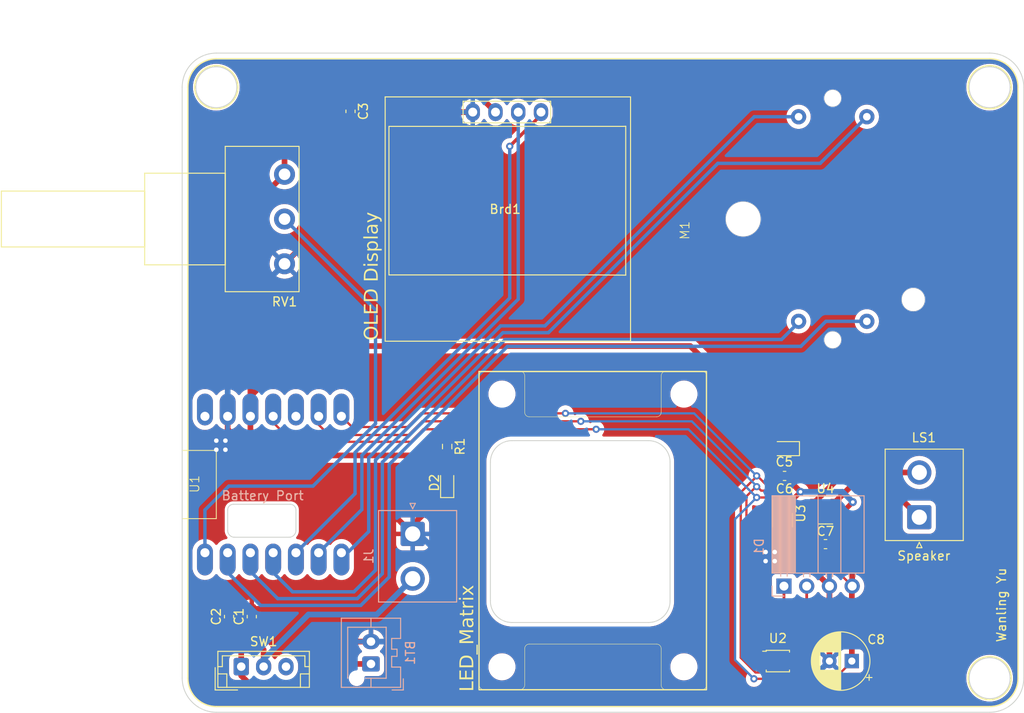
<source format=kicad_pcb>
(kicad_pcb (version 20221018) (generator pcbnew)
  (layers (0 "F.Cu" signal) (31 "B.Cu" signal) (34 "B.Paste" user) (35 "F.Paste" user) (36 "B.SilkS" user "B.Silkscreen") (37 "F.SilkS" user "F.Silkscreen") (38 "B.Mask" user) (39 "F.Mask" user) (44 "Edge.Cuts" user))
  (net 0 "")
  (net 2 "GND")
  (net 4 "/SCL")
  (net 5 "/SDA")
  (net 6 "+3.3V")
  (net 7 "Net-(U3-Vout)")
  (net 8 "Net-(U4-IN)")
  (net 9 "Net-(D1-CIN)")
  (net 10 "Net-(D1-DIN)")
  (net 11 "Net-(D2-A)")
  (net 12 "Net-(U4-OUT+)")
  (net 13 "Net-(U4-OUT-)")
  (net 14 "/M1")
  (net 15 "/M2")
  (net 16 "/M3")
  (net 17 "/M4")
  (net 18 "/Volumn")
  (net 20 "/SDI")
  (net 21 "/SCK")
  (net 22 "/CS")
  (net 23 "Net-(BT1-+)")
  (net 24 "Net-(J1-Pin_2)")
  (footprint "Capacitor_SMD:C_0603_1608Metric_Pad1.08x0.95mm_HandSolder" (layer "F.Cu") (at 81.4324 107.422 90)
    (fp_text reference "C2" (at 0 -1.43 90) (layer "F.SilkS"))
    (fp_text value "100n")
    (pad "1" smd roundrect (at -0.8625 0 90) (size 1.075 0.95) (layers "F.Cu" "F.Paste" "F.Mask") (net 23 "Net-(BT1-+)"))
    (pad "2" smd roundrect (at 0.8625 0 90) (size 1.075 0.95) (layers "F.Cu" "F.Paste" "F.Mask") (net 2 "GND"))
  )
  (footprint "Resistor_SMD:R_0603_1608Metric_Pad0.98x0.95mm_HandSolder" (layer "F.Cu") (at 105.791 88.4155 -90)
    (fp_text reference "R1" (at 0 -1.43 90) (layer "F.SilkS"))
    (fp_text value "1k")
    (pad "1" smd roundrect (at -0.9125 0 270) (size 0.975 0.95) (layers "F.Cu" "F.Paste" "F.Mask") (net 6 "+3.3V"))
    (pad "2" smd roundrect (at 0.9125 0 270) (size 0.975 0.95) (layers "F.Cu" "F.Paste" "F.Mask") (net 11 "Net-(D2-A)"))
  )
  (footprint "Capacitor_SMD:C_0603_1608Metric_Pad1.08x0.95mm_HandSolder" (layer "F.Cu") (at 94.996 50.957 -90)
    (fp_text reference "C3" (at 0 -1.43 90) (layer "F.SilkS"))
    (fp_text value "100n")
    (pad "1" smd roundrect (at -0.8625 0 270) (size 1.075 0.95) (layers "F.Cu" "F.Paste" "F.Mask") (net 6 "+3.3V"))
    (pad "2" smd roundrect (at 0.8625 0 270) (size 1.075 0.95) (layers "F.Cu" "F.Paste" "F.Mask") (net 2 "GND"))
  )
  (footprint "Potentiometer_THT:Potentiometer_Piher_PC-16_Single_Horizontal" (layer "F.Cu") (at 87.63 57.992 180)
    (fp_text reference "RV1" (at 0 -14.25) (layer "F.SilkS"))
    (fp_text value "R_Potentiometer")
    (pad "1" thru_hole circle (at 0 0 180) (size 2.34 2.34) (drill 1.3) (layers "*.Cu" "*.Mask") (net 6 "+3.3V"))
    (pad "2" thru_hole circle (at 0 -5 180) (size 2.34 2.34) (drill 1.3) (layers "*.Cu" "*.Mask") (net 18 "/Volumn"))
    (pad "3" thru_hole circle (at 0 -10 180) (size 2.34 2.34) (drill 1.3) (layers "*.Cu" "*.Mask") (net 2 "GND"))
  )
  (footprint "Capacitor_Tantalum_SMD:CP_EIA-1608-08_AVX-J_Pad1.25x1.05mm_HandSolder" (layer "F.Cu") (at 143.4477 88.6507 180)
    (fp_text reference "C5" (at 0 -1.48) (layer "F.SilkS"))
    (fp_text value "10u")
    (pad "1" smd roundrect (at -0.8 0 180) (size 1.25 1.05) (layers "F.Cu" "F.Paste" "F.Mask") (roundrect_rratio 0.238095) (net 6 "+3.3V"))
    (pad "2" smd roundrect (at 0.8 0 180) (size 1.25 1.05) (layers "F.Cu" "F.Paste" "F.Mask") (roundrect_rratio 0.238095) (net 2 "GND"))
  )
  (footprint "Capacitor_SMD:C_0603_1608Metric_Pad1.08x0.95mm_HandSolder" (layer "F.Cu") (at 143.4677 91.6987 180)
    (fp_text reference "C6" (at 0 -1.43) (layer "F.SilkS"))
    (fp_text value "100n")
    (pad "1" smd roundrect (at -0.8625 0 180) (size 1.075 0.95) (layers "F.Cu" "F.Paste" "F.Mask") (net 6 "+3.3V"))
    (pad "2" smd roundrect (at 0.8625 0 180) (size 1.075 0.95) (layers "F.Cu" "F.Paste" "F.Mask") (net 2 "GND"))
  )
  (footprint "Library:128x64OLED" (layer "F.Cu") (at 112.268 61.642)
    (fp_text reference "Brd1" (at 0 0.254) (layer "F.SilkS"))
    (fp_text value "SSD1306")
    (pad "1" thru_hole oval (at -3.62 -10.6 90) (size 2 1.6) (drill 1) (layers "*.Cu" "*.Mask") (net 2 "GND"))
    (pad "2" thru_hole oval (at -1.08 -10.6 90) (size 2 1.6) (drill 1) (layers "*.Cu" "*.Mask") (net 6 "+3.3V"))
    (pad "3" thru_hole oval (at 1.46 -10.6 90) (size 2 1.6) (drill 1) (layers "*.Cu" "*.Mask") (net 4 "/SCL"))
    (pad "4" thru_hole oval (at 4 -10.6 90) (size 2 1.6) (drill 1) (layers "*.Cu" "*.Mask") (net 5 "/SDA"))
  )
  (footprint "Connector_JST:JST_EH_B3B-EH-A_1x03_P2.50mm_Vertical" (layer "F.Cu") (at 82.7932 113.0106)
    (fp_text reference "SW1" (at 2.5 -2.8) (layer "F.SilkS"))
    (fp_text value "SW_SPDT")
    (pad "1" thru_hole roundrect (at 0 0) (size 1.7 1.95) (drill 0.95) (layers "*.Cu" "*.Mask") (roundrect_rratio 0.147059) (net 23 "Net-(BT1-+)"))
    (pad "2" thru_hole oval (at 2.5 0) (size 1.7 1.95) (drill 0.95) (layers "*.Cu" "*.Mask") (net 24 "Net-(J1-Pin_2)"))
    (pad "3" thru_hole oval (at 5 0) (size 1.7 1.95) (drill 0.95) (layers "*.Cu" "*.Mask"))
  )
  (footprint "Library:X27_stepper_motor" (layer "F.Cu") (at 159.004 60.452 90)
    (fp_text reference "M1" (at -3.81 -26.67 90 unlocked) (layer "F.SilkS") (effects (font (thickness 0.1))))
    (fp_text value "Stepper_Motor_bipolar")
    (fp_circle (center -16.04 -10.16) (end -15.09 -10.16) (stroke (width 0.05)) (fill none) (layer "Edge.Cuts"))
    (fp_circle (center -11.54 -1.16) (end -10.24 -1.16) (stroke (width 0.05)) (fill none) (layer "Edge.Cuts"))
    (fp_circle (center -2.54 -20.16) (end -0.59 -20.16) (stroke (width 0.05)) (fill none) (layer "Edge.Cuts"))
    (fp_circle (center 10.96 -10.16) (end 11.91 -10.16) (stroke (width 0.05)) (fill none) (layer "Edge.Cuts"))
    (pad "1" thru_hole circle (at 8.89 -13.97 90) (size 1.7 1.7) (drill 0.85) (layers "*.Cu" "*.Mask") (net 14 "/M1"))
    (pad "2" thru_hole circle (at 8.89 -6.35 90) (size 1.7 1.7) (drill 0.85) (layers "*.Cu" "*.Mask") (net 15 "/M2"))
    (pad "3" thru_hole circle (at -13.97 -6.35 90) (size 1.7 1.7) (drill 0.85) (layers "*.Cu" "*.Mask") (net 16 "/M3"))
    (pad "4" thru_hole circle (at -13.97 -13.97 90) (size 1.7 1.7) (drill 0.85) (layers "*.Cu" "*.Mask") (net 17 "/M4"))
  )
  (footprint "Package_DFN_QFN:DFN-8-1EP_3x2mm_P0.5mm_EP1.3x1.5mm" (layer "F.Cu") (at 143.2137 95.8897 -90)
    (fp_text reference "U3" (at 0 -2.05 90) (layer "F.SilkS"))
    (fp_text value "MCP4921")
    (pad "1" smd rect (at -1.45 -0.75 270) (size 0.75 0.3) (layers "F.Cu" "F.Paste" "F.Mask") (net 6 "+3.3V"))
    (pad "2" smd rect (at -1.45 -0.25 270) (size 0.75 0.3) (layers "F.Cu" "F.Paste" "F.Mask") (net 22 "/CS"))
    (pad "3" smd rect (at -1.45 0.25 270) (size 0.75 0.3) (layers "F.Cu" "F.Paste" "F.Mask") (net 21 "/SCK"))
    (pad "4" smd rect (at -1.45 0.75 270) (size 0.75 0.3) (layers "F.Cu" "F.Paste" "F.Mask") (net 20 "/SDI"))
    (pad "5" smd rect (at 1.45 0.75 270) (size 0.75 0.3) (layers "F.Cu" "F.Paste" "F.Mask") (net 2 "GND"))
    (pad "6" smd rect (at 1.45 0.25 270) (size 0.75 0.3) (layers "F.Cu" "F.Paste" "F.Mask") (net 6 "+3.3V"))
    (pad "7" smd rect (at 1.45 -0.25 270) (size 0.75 0.3) (layers "F.Cu" "F.Paste" "F.Mask") (net 2 "GND"))
    (pad "8" smd rect (at 1.45 -0.75 270) (size 0.75 0.3) (layers "F.Cu" "F.Paste" "F.Mask") (net 7 "Net-(U3-Vout)"))
    (pad "9" smd rect (at 0 0 270) (size 1.3 1.5) (layers "F.Cu" "F.Mask") (net 2 "GND"))
  )
  (footprint "Library:XIAO_ESP32_SENSE" (layer "F.Cu") (at 86.36 92.6592 90)
    (fp_text reference "U1" (at 0.0508 -8.763 90 unlocked) (layer "F.SilkS") (effects (font (thickness 0.1))))
    (fp_text value "Xiao-ESP32")
    (pad "1" thru_hole oval (at -7.62 -7.62 90) (size 3.556 1.778) (drill 1.016 (offset -0.762 0)) (layers "*.Cu" "*.Mask") (net 18 "/Volumn"))
    (pad "2" thru_hole oval (at -7.62 -5.08 90) (size 3.556 1.778) (drill 1.016 (offset -0.762 0)) (layers "*.Cu" "*.Mask") (net 16 "/M3"))
    (pad "3" thru_hole oval (at -7.62 -2.54 90) (size 3.556 1.778) (drill 1.016 (offset -0.762 0)) (layers "*.Cu" "*.Mask") (net 17 "/M4"))
    (pad "4" thru_hole oval (at -7.62 0 90) (size 3.556 1.778) (drill 1.016 (offset -0.762 0)) (layers "*.Cu" "*.Mask") (net 15 "/M2"))
    (pad "5" thru_hole oval (at -7.62 2.54 90) (size 3.556 1.778) (drill 1.016 (offset -0.762 0)) (layers "*.Cu" "*.Mask") (net 5 "/SDA"))
    (pad "6" thru_hole oval (at -7.62 5.08 90) (size 3.556 1.778) (drill 1.016 (offset -0.762 0)) (layers "*.Cu" "*.Mask") (net 4 "/SCL"))
    (pad "7" thru_hole oval (at -7.62 7.62 90) (size 3.556 1.778) (drill 1.016 (offset -0.762 0)) (layers "*.Cu" "*.Mask") (net 14 "/M1"))
    (pad "8" thru_hole oval (at 7.62 -7.62 90) (size 3.556 1.778) (drill 1.016 (offset 0.762 0)) (layers "*.Cu" "*.Mask"))
    (pad "9" thru_hole oval (at 7.62 -5.08 90) (size 3.556 1.778) (drill 1.016 (offset 0.762 0)) (layers "*.Cu" "*.Mask") (net 2 "GND"))
    (pad "10" thru_hole oval (at 7.62 -2.54 90) (size 3.556 1.778) (drill 1.016 (offset 0.762 0)) (layers "*.Cu" "*.Mask") (net 6 "+3.3V"))
    (pad "11" thru_hole oval (at 7.62 0 90) (size 3.556 1.778) (drill 1.016 (offset 0.762 0)) (layers "*.Cu" "*.Mask") (net 20 "/SDI"))
    (pad "12" thru_hole oval (at 7.62 2.54 90) (size 3.556 1.778) (drill 1.016 (offset 0.762 0)) (layers "*.Cu" "*.Mask"))
    (pad "13" thru_hole oval (at 7.62 5.08 90) (size 3.556 1.778) (drill 1.016 (offset 0.762 0)) (layers "*.Cu" "*.Mask") (net 21 "/SCK"))
    (pad "14" thru_hole oval (at 7.62 7.62 90) (size 3.556 1.778) (drill 1.016 (offset 0.762 0)) (layers "*.Cu" "*.Mask") (net 22 "/CS"))
  )
  (footprint "Package_TO_SOT_SMD:SOT-23-6" (layer "F.Cu") (at 148.0397 95.5087)
    (fp_text reference "U4" (at 0 -2.4) (layer "F.SilkS"))
    (fp_text value "PAM8301")
    (pad "1" smd roundrect (at -1.1375 -0.95) (size 1.325 0.6) (layers "F.Cu" "F.Paste" "F.Mask") (net 13 "Net-(U4-OUT-)"))
    (pad "2" smd roundrect (at -1.1375 0) (size 1.325 0.6) (layers "F.Cu" "F.Paste" "F.Mask") (net 2 "GND"))
    (pad "3" smd roundrect (at -1.1375 0.95) (size 1.325 0.6) (layers "F.Cu" "F.Paste" "F.Mask") (net 8 "Net-(U4-IN)"))
    (pad "4" smd roundrect (at 1.1375 0.95) (size 1.325 0.6) (layers "F.Cu" "F.Paste" "F.Mask") (net 6 "+3.3V"))
    (pad "5" smd roundrect (at 1.1375 0) (size 1.325 0.6) (layers "F.Cu" "F.Paste" "F.Mask") (net 6 "+3.3V"))
    (pad "6" smd roundrect (at 1.1375 -0.95) (size 1.325 0.6) (layers "F.Cu" "F.Paste" "F.Mask") (net 12 "Net-(U4-OUT+)"))
  )
  (footprint "Library:LED_Matrix" (layer "F.Cu") (at 124.46 97.9388 90)
    (fp_text reference "REF**" hide)
    (fp_text value "LED_Matrix" hide)
    (pad "" np_thru_hole circle (at -15.09121 -12.55121 90) (size 2.54 2.54) (drill 2.54) (layers "*.Cu" "*.Mask"))
    (pad "" np_thru_hole circle (at -15.09121 7.76879 90) (size 2.54 2.54) (drill 2.54) (layers "*.Cu" "*.Mask"))
    (pad "" np_thru_hole circle (at 15.38879 -12.55121 90) (size 2.54 2.54) (drill 2.54) (layers "*.Cu" "*.Mask"))
    (pad "" np_thru_hole circle (at 15.38879 7.76879 90) (size 2.54 2.54) (drill 2.54) (layers "*.Cu" "*.Mask"))
  )
  (footprint "Capacitor_SMD:C_0603_1608Metric_Pad1.08x0.95mm_HandSolder" (layer "F.Cu") (at 148.0397 99.3187)
    (fp_text reference "C7" (at 0 -1.43) (layer "F.SilkS"))
    (fp_text value "100n")
    (pad "1" smd roundrect (at -0.8625 0) (size 1.075 0.95) (layers "F.Cu" "F.Paste" "F.Mask") (net 7 "Net-(U3-Vout)"))
    (pad "2" smd roundrect (at 0.8625 0) (size 1.075 0.95) (layers "F.Cu" "F.Paste" "F.Mask") (net 8 "Net-(U4-IN)"))
  )
  (footprint "Capacitor_SMD:C_0603_1608Metric_Pad1.08x0.95mm_HandSolder" (layer "F.Cu") (at 83.9724 107.422 90)
    (fp_text reference "C1" (at 0 -1.43 90) (layer "F.SilkS"))
    (fp_text value "1u")
    (pad "1" smd roundrect (at -0.8625 0 90) (size 1.075 0.95) (layers "F.Cu" "F.Paste" "F.Mask") (net 24 "Net-(J1-Pin_2)"))
    (pad "2" smd roundrect (at 0.8625 0 90) (size 1.075 0.95) (layers "F.Cu" "F.Paste" "F.Mask") (net 2 "GND"))
  )
  (footprint "Connector_JST:JST_NV_B02P-NV_1x02_P5.00mm_Vertical" (layer "F.Cu") (at 158.5133 96.313 90)
    (fp_text reference "LS1" (at 8.89 0.508 180) (layer "F.SilkS"))
    (fp_text value "Speaker")
    (pad "1" thru_hole roundrect (at 0 0 90) (size 2.7 2.7) (drill 1.7) (layers "*.Cu" "*.Mask") (roundrect_rratio 0.092593) (net 12 "Net-(U4-OUT+)"))
    (pad "2" thru_hole circle (at 5 0 90) (size 2.7 2.7) (drill 1.7) (layers "*.Cu" "*.Mask") (net 13 "Net-(U4-OUT-)"))
  )
  (footprint "LED_SMD:LED_0603_1608Metric_Pad1.05x0.95mm_HandSolder" (layer "F.Cu") (at 105.791 92.456 90)
    (fp_text reference "D2" (at 0 -1.43 90) (layer "F.SilkS"))
    (fp_text value "LED")
    (pad "1" smd roundrect (at -0.875 0 90) (size 1.05 0.95) (layers "F.Cu" "F.Paste" "F.Mask") (net 2 "GND"))
    (pad "2" smd roundrect (at 0.875 0 90) (size 1.05 0.95) (layers "F.Cu" "F.Paste" "F.Mask") (net 11 "Net-(D2-A)"))
  )
  (footprint "Package_SO:VSSOP-8_2.4x2.1mm_P0.5mm" (layer "F.Cu") (at 142.7203 112.3892)
    (fp_text reference "U2" (at 0 -2.54) (layer "F.SilkS"))
    (fp_text value "TXB0102DCU")
    (pad "1" smd rect (at -1.55 -0.75) (size 0.75 0.25) (layers "F.Cu" "F.Paste" "F.Mask") (net 9 "Net-(D1-CIN)"))
    (pad "2" smd rect (at -1.55 -0.25) (size 0.75 0.25) (layers "F.Cu" "F.Paste" "F.Mask") (net 2 "GND"))
    (pad "3" smd rect (at -1.55 0.25) (size 0.75 0.25) (layers "F.Cu" "F.Paste" "F.Mask") (net 6 "+3.3V"))
    (pad "4" smd rect (at -1.55 0.75) (size 0.75 0.25) (layers "F.Cu" "F.Paste" "F.Mask") (net 21 "/SCK"))
    (pad "5" smd rect (at 1.55 0.75) (size 0.75 0.25) (layers "F.Cu" "F.Paste" "F.Mask") (net 20 "/SDI"))
    (pad "6" smd rect (at 1.55 0.25) (size 0.75 0.25) (layers "F.Cu" "F.Paste" "F.Mask") (net 22 "/CS"))
    (pad "7" smd rect (at 1.55 -0.25) (size 0.75 0.25) (layers "F.Cu" "F.Paste" "F.Mask") (net 6 "+3.3V"))
    (pad "8" smd rect (at 1.55 -0.75) (size 0.75 0.25) (layers "F.Cu" "F.Paste" "F.Mask") (net 10 "Net-(D1-DIN)"))
  )
  (footprint "Capacitor_THT:CP_Radial_D6.3mm_P2.50mm" (layer "F.Cu") (at 150.9803 112.3892 180)
    (fp_text reference "C8" (at -2.707 2.4072) (layer "F.SilkS"))
    (fp_text value locked "220u")
    (pad "1" thru_hole rect (at 0 0 180) (size 1.6 1.6) (drill 0.8) (layers "*.Cu" "*.Mask") (net 6 "+3.3V"))
    (pad "2" thru_hole circle (at 2.5 0 180) (size 1.6 1.6) (drill 0.8) (layers "*.Cu" "*.Mask") (net 2 "GND"))
  )
  (footprint "Connector_PinSocket_2.54mm:PinSocket_1x04_P2.54mm_Horizontal" (layer "B.Cu") (at 143.4003 104.013 -90)
    (fp_text reference "D1" (at -4.38 2.77 90) (layer "B.SilkS") (effects (justify mirror)))
    (fp_text value "LED_Matrix")
    (pad "1" thru_hole rect (at 0 0 270) (size 1.7 1.7) (drill 1) (layers "*.Cu" "*.Mask") (net 9 "Net-(D1-CIN)"))
    (pad "2" thru_hole oval (at 0 -2.54 270) (size 1.7 1.7) (drill 1) (layers "*.Cu" "*.Mask") (net 10 "Net-(D1-DIN)"))
    (pad "3" thru_hole oval (at 0 -5.08 270) (size 1.7 1.7) (drill 1) (layers "*.Cu" "*.Mask") (net 2 "GND"))
    (pad "4" thru_hole oval (at 0 -7.62 270) (size 1.7 1.7) (drill 1) (layers "*.Cu" "*.Mask") (net 6 "+3.3V"))
  )
  (footprint "Connector_JST:JST_XA_B02B-XASK-1-A_1x02_P2.50mm_Vertical" (layer "B.Cu") (at 97.282 112.7106 90)
    (fp_text reference "BT1" (at 1.25 4.4 90) (layer "B.SilkS") (effects (justify mirror)))
    (fp_text value "Battery_Cell")
    (pad "" np_thru_hole circle (at -1.6 -1.6 90) (size 1.25 1.25) (drill 1.25) (layers "*.Cu" "*.Mask"))
    (pad "1" thru_hole roundrect (at 0 0 90) (size 1.7 1.95) (drill 0.95) (layers "*.Cu" "*.Mask") (roundrect_rratio 0.147059) (net 23 "Net-(BT1-+)"))
    (pad "2" thru_hole oval (at 2.5 0 90) (size 1.7 1.95) (drill 0.95) (layers "*.Cu" "*.Mask") (net 2 "GND"))
  )
  (footprint "Connector_JST:JST_NV_B02P-NV_1x02_P5.00mm_Vertical" (layer "B.Cu") (at 101.939 98.1795 -90)
    (fp_text reference "J1" (at 2.5 4.9 -270) (layer "B.SilkS") (effects (justify mirror)))
    (fp_text value "Conn_01x02_Pin")
    (pad "1" thru_hole roundrect (at 0 0 270) (size 2.7 2.7) (drill 1.7) (layers "*.Cu" "*.Mask") (roundrect_rratio 0.092593) (net 2 "GND"))
    (pad "2" thru_hole circle (at 5 0 270) (size 2.7 2.7) (drill 1.7) (layers "*.Cu" "*.Mask") (net 24 "Net-(J1-Pin_2)"))
  )
  (gr_arc (start 80.01 117.475) (mid 77.764936 116.545064) (end 76.835 114.3) (stroke (width 0.15)) (layer "F.SilkS"))
  (gr_rect (start 109.347 80.03179) (end 134.747 115.59179) (stroke (width 0.15)) (fill none) (layer "F.SilkS"))
  (gr_arc (start 166.37 45.085) (mid 168.615064 46.014936) (end 169.545 48.26) (stroke (width 0.15)) (layer "F.SilkS"))
  (gr_circle (center 80.01 48.26) (end 82.423 48.26) (stroke (width 0.15)) (fill none) (layer "F.SilkS"))
  (gr_line (start 80.01 45.085) (end 166.37 45.085) (stroke (width 0.15)) (layer "F.SilkS"))
  (gr_line (start 166.37 117.475) (end 80.01 117.475) (stroke (width 0.15)) (layer "F.SilkS"))
  (gr_circle (center 166.37 114.3) (end 168.783 114.3) (stroke (width 0.15)) (fill none) (layer "F.SilkS"))
  (gr_arc (start 76.835 48.26) (mid 77.764936 46.014936) (end 80.01 45.085) (stroke (width 0.15)) (layer "F.SilkS"))
  (gr_circle (center 166.37 48.26) (end 168.783 48.26) (stroke (width 0.15)) (fill none) (layer "F.SilkS"))
  (gr_line (start 76.835 114.3) (end 76.835 48.26) (stroke (width 0.15)) (layer "F.SilkS"))
  (gr_arc (start 169.545 114.3) (mid 168.615064 116.545064) (end 166.37 117.475) (stroke (width 0.15)) (layer "F.SilkS"))
  (gr_line (start 169.545 48.26) (end 169.545 114.3) (stroke (width 0.15)) (layer "F.SilkS"))
  (gr_circle (center 80.01 48.26) (end 82.296 48.26) (stroke (width 0.1)) (fill none) (layer "Edge.Cuts"))
  (gr_line (start 88.9 97.79) (end 88.9 95.504) (stroke (width 0.1)) (layer "Edge.Cuts"))
  (gr_line (start 110.617 90.17) (end 110.617 105.664) (stroke (width 0.1)) (layer "Edge.Cuts"))
  (gr_arc (start 128.27 87.757) (mid 129.976249 88.463751) (end 130.683 90.17) (stroke (width 0.1)) (layer "Edge.Cuts"))
  (gr_line (start 80.01 118.11) (end 166.37 118.11) (stroke (width 0.1)) (layer "Edge.Cuts"))
  (gr_arc (start 113.03 108.077) (mid 111.323751 107.370249) (end 110.617 105.664) (stroke (width 0.1)) (layer "Edge.Cuts"))
  (gr_arc (start 170.18 114.3) (mid 169.064077 116.994077) (end 166.37 118.11) (stroke (width 0.1)) (layer "Edge.Cuts"))
  (gr_line (start 88.265 94.869) (end 81.915 94.869) (stroke (width 0.1)) (layer "Edge.Cuts"))
  (gr_arc (start 166.37 44.45) (mid 169.064077 45.565923) (end 170.18 48.26) (stroke (width 0.1)) (layer "Edge.Cuts"))
  (gr_arc (start 88.265 94.869) (mid 88.714013 95.054987) (end 88.9 95.504) (stroke (width 0.1)) (layer "Edge.Cuts"))
  (gr_arc (start 81.28 95.504) (mid 81.465987 95.054987) (end 81.915 94.869) (stroke (width 0.1)) (layer "Edge.Cuts"))
  (gr_arc (start 130.683 105.664) (mid 129.976249 107.370249) (end 128.27 108.077) (stroke (width 0.1)) (layer "Edge.Cuts"))
  (gr_line (start 130.683 105.664) (end 130.683 90.17) (stroke (width 0.1)) (layer "Edge.Cuts"))
  (gr_arc (start 76.2 48.26) (mid 77.315923 45.565923) (end 80.01 44.45) (stroke (width 0.1)) (layer "Edge.Cuts"))
  (gr_circle (center 166.37 114.3) (end 168.656 114.3) (stroke (width 0.1)) (fill none) (layer "Edge.Cuts"))
  (gr_line (start 170.18 48.26) (end 170.18 114.3) (stroke (width 0.1)) (layer "Edge.Cuts"))
  (gr_arc (start 80.01 118.11) (mid 77.323786 116.986214) (end 76.2 114.3) (stroke (width 0.1)) (layer "Edge.Cuts"))
  (gr_circle (center 166.37 48.26) (end 168.656 48.26) (stroke (width 0.1)) (fill none) (layer "Edge.Cuts"))
  (gr_line (start 76.2 114.3) (end 76.2 48.26) (stroke (width 0.1)) (layer "Edge.Cuts"))
  (gr_line (start 80.01 44.45) (end 166.37 44.45) (stroke (width 0.1)) (layer "Edge.Cuts"))
  (gr_arc (start 110.617 90.17) (mid 111.323751 88.463751) (end 113.03 87.757) (stroke (width 0.1)) (layer "Edge.Cuts"))
  (gr_arc (start 88.9 97.79) (mid 88.676815 98.328815) (end 88.138 98.552) (stroke (width 0.1)) (layer "Edge.Cuts"))
  (gr_arc (start 82.042 98.552) (mid 81.503185 98.328815) (end 81.28 97.79) (stroke (width 0.1)) (layer "Edge.Cuts"))
  (gr_line (start 81.28 95.504) (end 81.28 97.79) (stroke (width 0.1)) (layer "Edge.Cuts"))
  (gr_line (start 128.27 87.757) (end 113.03 87.757) (stroke (width 0.1)) (layer "Edge.Cuts"))
  (gr_line (start 82.042 98.552) (end 88.138 98.552) (stroke (width 0.1)) (layer "Edge.Cuts"))
  (gr_line (start 113.03 108.077) (end 128.27 108.077) (stroke (width 0.1)) (layer "Edge.Cuts"))
  (gr_text "Battery Port" (at 80.518 94.488) (layer "B.SilkS") (effects (font (size 1 1)) (justify left bottom)))
  (gr_text "LED_Matrix" (at 108.966 115.824 90) (layer "F.SilkS") (effects (font (size 1.524 1.524)) (justify left bottom)))
  (gr_text "Wanling Yu" (at 168.275 110.363 90) (layer "F.SilkS") (effects (font (size 1 1)) (justify left bottom)))
  (gr_text "Speaker" (at 155.9733 101.219) (layer "F.SilkS") (effects (font (size 1 1)) (justify left bottom)))
  (gr_text "OLED Display" (at 98.298 76.581 90) (layer "F.SilkS") (effects (font (size 1.524 1.524)) (justify left bottom)))
  (segment (start 143.4637 97.3397) (end 143.4637 96.1397) (width 0.2032) (layer "F.Cu") (net 2))
  (segment (start 146.5753 102.108) (end 145.1783 102.108) (width 0.635) (layer "F.Cu") (net 2))
  (segment (start 142.4633 96.6397) (end 143.2133 95.8897) (width 0.2032) (layer "F.Cu") (net 2))
  (segment (start 94.996 51.8195) (end 94.996 60.626) (width 0.635) (layer "F.Cu") (net 2))
  (segment (start 143.5943 95.5087) (end 143.2137 95.8893) (width 0.381) (layer "F.Cu") (net 2))
  (segment (start 85.598 90.805) (end 94.5645 90.805) (width 0.635) (layer "F.Cu") (net 2))
  (segment (start 83.9789 106.553) (end 83.9724 106.5595) (width 0.635) (layer "F.Cu") (net 2))
  (segment (start 148.8618 112.3435) (end 148.526 112.3435) (width 0.25) (layer "F.Cu") (net 2))
  (segment (start 81.28 85.0392) (end 81.28 86.487) (width 0.635) (layer "F.Cu") (net 2))
  (segment (start 142.8537 95.8897) (end 143.2137 95.8897) (width 0.635) (layer "F.Cu") (net 2))
  (segment (start 146.9022 95.5087) (end 143.5947 95.5087) (width 0.508) (layer "F.Cu") (net 2))
  (segment (start 148.4803 104.013) (end 148.4803 112.389) (width 0.635) (layer "F.Cu") (net 2))
  (segment (start 148.526 112.3435) (end 148.4803 112.3892) (width 0.25) (layer "F.Cu") (net 2))
  (segment (start 141.1703 112.1392) (end 140.4775 112.1392) (width 0.254) (layer "F.Cu") (net 2))
  (segment (start 101.939 98.1795) (end 101.939 97.183) (width 0.635) (layer "F.Cu") (net 2))
  (segment (start 97.282 110.2106) (end 91.9226 110.2106) (width 0.635) (layer "F.Cu") (net 2))
  (segment (start 142.2962 99.2259) (end 142.2962 96.4472) (width 0.635) (layer "F.Cu") (net 2))
  (segment (start 148.4803 104.013) (end 146.5753 102.108) (width 0.635) (layer "F.Cu") (net 2))
  (segment (start 95.7735 51.042) (end 94.996 51.8195) (width 0.635) (layer "F.Cu") (net 2))
  (segment (start 81.28 86.487) (end 85.598 90.805) (width 0.635) (layer "F.Cu") (net 2))
  (segment (start 108.648 51.042) (end 95.7735 51.042) (width 0.635) (layer "F.Cu") (net 2))
  (segment (start 143.2137 95.8893) (end 143.2137 95.8897) (width 0.25) (layer "F.Cu") (net 2))
  (segment (start 143.4637 96.1397) (end 143.2137 95.8897) (width 0.25) (layer "F.Cu") (net 2))
  (segment (start 142.2962 96.4472) (end 142.8537 95.8897) (width 0.635) (layer "F.Cu") (net 2))
  (segment (start 148.0993 104.013) (end 148.4803 104.013) (width 0.25) (layer "F.Cu") (net 2))
  (segment (start 143.2137 95.8893) (end 143.2133 95.8897) (width 0.381) (layer "F.Cu") (net 2))
  (segment (start 140.4775 112.1392) (end 139.954 111.6157) (width 0.254) (layer "F.Cu") (net 2))
  (segment (start 148.8163 112.298) (end 148.8618 112.3435) (width 0.635) (layer "F.Cu") (net 2))
  (segment (start 94.996 60.626) (end 87.63 67.992) (width 0.635) (layer "F.Cu") (net 2))
  (segment (start 142.6477 88.6507) (end 142.6052 88.6932) (width 0.25) (layer "F.Cu") (net 2))
  (segment (start 148.8618 112.3435) (end 148.9073 112.389) (width 0.635) (layer "F.Cu") (net 2))
  (segment (start 88.265 106.553) (end 83.9789 106.553) (width 0.635) (layer "F.Cu") (net 2))
  (segment (start 101.939 97.183) (end 105.791 93.331) (width 0.635) (layer "F.Cu") (net 2))
  (segment (start 94.5645 90.805) (end 101.939 98.1795) (width 0.635) (layer "F.Cu") (net 2))
  (segment (start 148.4803 112.389) (end 148.4803 112.3892) (width 0.25) (layer "F.Cu") (net 2))
  (segment (start 139.954 101.5681) (end 142.2962 99.2259) (width 0.254) (layer "F.Cu") (net 2))
  (segment (start 142.4633 97.3397) (end 142.4633 96.6397) (width 0.2032) (layer "F.Cu") (net 2))
  (segment (start 143.4633 96.1397) (end 143.2133 95.8897) (width 0.2032) (layer "F.Cu") (net 2))
  (segment (start 142.4633 97.3397) (end 142.4637 97.3397) (width 0.25) (layer "F.Cu") (net 2))
  (segment (start 139.954 111.6157) (end 139.954 101.5681) (width 0.254) (layer "F.Cu") (net 2))
  (segment (start 145.1783 102.108) (end 142.2962 99.2259) (width 0.635) (layer "F.Cu") (net 2))
  (segment (start 142.4633 97.3397) (end 142.4633 98.377) (width 0.25) (layer "F.Cu") (net 2))
  (segment (start 142.6052 88.6932) (end 142.6052 91.6987) (width 0.25) (layer "F.Cu") (net 2))
  (segment (start 91.9226 110.2106) (end 88.265 106.553) (width 0.635) (layer "F.Cu") (net 2))
  (segment (start 143.5947 95.5087) (end 143.2137 95.8897) (width 0.508) (layer "F.Cu") (net 2))
  (segment (start 81.4324 106.5595) (end 83.9724 106.5595) (width 0.635) (layer "F.Cu") (net 2))
  (segment (start 146.9023 95.5087) (end 146.9022 95.5087) (width 0.381) (layer "F.Cu") (net 2))
  (via (at 141.351 100.203) (size 1.016) (drill 0.508) (layers "F.Cu" "B.Cu") (net 2))
  (via (at 80.01 88.773) (size 1.016) (drill 0.508) (layers "F.Cu" "B.Cu") (net 2))
  (via (at 81.026 87.757) (size 1.016) (drill 0.508) (layers "F.Cu" "B.Cu") (net 2))
  (via (at 80.01 87.757) (size 1.016) (drill 0.508) (layers "F.Cu" "B.Cu") (net 2))
  (via (at 142.367 100.203) (size 1.016) (drill 0.508) (layers "F.Cu" "B.Cu") (net 2))
  (via (at 141.351 101.219) (size 1.016) (drill 0.508) (layers "F.Cu" "B.Cu") (net 2))
  (via (at 81.026 88.773) (size 1.016) (drill 0.508) (layers "F.Cu" "B.Cu") (net 2))
  (via (at 142.367 101.219) (size 1.016) (drill 0.508) (layers "F.Cu" "B.Cu") (net 2))
  (segment (start 105.41 104.902) (end 110.617 110.109) (width 0.635) (layer "B.Cu") (net 2))
  (segment (start 100.1014 110.2106) (end 105.41 104.902) (width 0.635) (layer "B.Cu") (net 2))
  (segment (start 114.173 110.109) (end 119.761 115.697) (width 0.635) (layer "B.Cu") (net 2))
  (segment (start 110.617 110.109) (end 114.173 110.109) (width 0.635) (layer "B.Cu") (net 2))
  (segment (start 87.63 67.992) (end 81.28 74.342) (width 0.635) (layer "B.Cu") (net 2))
  (segment (start 119.761 115.697) (end 145.1725 115.697) (width 0.635) (layer "B.Cu") (net 2))
  (segment (start 81.28 74.342) (end 81.28 85.0392) (width 0.635) (layer "B.Cu") (net 2))
  (segment (start 105.41 104.902) (end 105.41 100.965) (width 0.635) (layer "B.Cu") (net 2))
  (segment (start 97.282 110.2106) (end 100.1014 110.2106) (width 0.635) (layer "B.Cu") (net 2))
  (segment (start 102.6245 98.1795) (end 101.939 98.1795) (width 0.635) (layer "B.Cu") (net 2))
  (segment (start 145.1725 115.697) (end 148.4803 112.3892) (width 0.635) (layer "B.Cu") (net 2))
  (segment (start 105.41 100.965) (end 102.6245 98.1795) (width 0.635) (layer "B.Cu") (net 2))
  (segment (start 91.44 100.2792) (end 96.266 95.4532) (width 0.381) (layer "B.Cu") (net 4))
  (segment (start 96.266 89.408) (end 113.728 71.946) (width 0.381) (layer "B.Cu") (net 4))
  (segment (start 96.266 95.4532) (end 96.266 89.408) (width 0.381) (layer "B.Cu") (net 4))
  (segment (start 113.728 71.946) (end 113.728 51.042) (width 0.381) (layer "B.Cu") (net 4))
  (segment (start 112.776 54.864) (end 116.268 51.372) (width 0.381) (layer "F.Cu") (net 5))
  (segment (start 116.268 51.372) (end 116.268 51.042) (width 0.381) (layer "F.Cu") (net 5))
  (via (at 112.776 54.864) (size 0.8) (drill 0.4) (layers "F.Cu" "B.Cu") (net 5))
  (segment (start 112.776 71.8185) (end 95.504 89.0905) (width 0.381) (layer "B.Cu") (net 5))
  (segment (start 95.504 89.0905) (end 95.504 93.6752) (width 0.381) (layer "B.Cu") (net 5))
  (segment (start 95.504 93.6752) (end 88.9 100.2792) (width 0.381) (layer "B.Cu") (net 5))
  (segment (start 112.776 54.864) (end 112.776 71.8185) (width 0.381) (layer "B.Cu") (net 5))
  (segment (start 142.28675 112.6392) (end 141.1703 112.6392) (width 0.25) (layer "F.Cu") (net 6))
  (segment (start 144.2703 112.1392) (end 142.78675 112.1392) (width 0.25) (layer "F.Cu") (net 6))
  (segment (start 144.2475 88.6509) (end 144.3563 88.7597) (width 0.635) (layer "F.Cu") (net 6))
  (segment (start 144.3563 91.6722) (end 144.3303 91.6987) (width 0.635) (layer "F.Cu") (net 6))
  (segment (start 145.5593 101.219) (end 148.2263 101.219) (width 0.25) (layer "F.Cu") (net 6))
  (segment (start 150.9803 112.389) (end 150.9803 104.053) (width 0.635) (layer "F.Cu") (net 6))
  (segment (start 144.2473 88.6507) (end 144.2475 88.6509) (width 0.635) (layer "F.Cu") (net 6))
  (segment (start 149.1773 95.9837) (end 149.1773 96.4587) (width 0.5588) (layer "F.Cu") (net 6))
  (segment (start 150.9803 112.435) (end 149.4963 113.919) (width 0.25) (layer "F.Cu") (net 6))
  (segment (start 151.0873 94.6197) (end 150.1983 95.5087) (width 0.5588) (layer "F.Cu") (net 6))
  (segment (start 142.78675 112.1392) (end 142.28675 112.6392) (width 0.25) (layer "F.Cu") (net 6))
  (segment (start 142.9637 98.6234) (end 145.5593 101.219) (width 0.25) (layer "F.Cu") (net 6))
  (segment (start 150.9803 112.389) (end 150.9803 112.3892) (width 0.25) (layer "F.Cu") (net 6))
  (segment (start 108.66 48.514) (end 111.188 51.042) (width 0.635) (layer "F.Cu") (net 6))
  (segment (start 144.2477 88.4947) (end 144.2477 88.6507) (width 0.635) (layer "F.Cu") (net 6))
  (segment (start 150.9803 104.053) (end 151.0203 104.013) (width 0.635) (layer "F.Cu") (net 6))
  (segment (start 149.1773 96.4587) (end 149.1772 96.4587) (width 0.25) (layer "F.Cu") (net 6))
  (segment (start 145.6761 112.1392) (end 144.2703 112.1392) (width 0.25) (layer "F.Cu") (net 6))
  (segment (start 83.82 61.802) (end 87.63 57.992) (width 0.635) (layer "F.Cu") (net 6))
  (segment (start 89.4365 77.1875) (end 132.9405 77.1875) (width 0.635) (layer "F.Cu") (net 6))
  (segment (start 87.63 53.975) (end 91.5105 50.0945) (width 0.635) (layer "F.Cu") (net 6))
  (segment (start 87.63 57.992) (end 87.63 53.975) (width 0.635) (layer "F.Cu") (net 6))
  (segment (start 147.4559 113.919) (end 145.6761 112.1392) (width 0.25) (layer "F.Cu") (net 6))
  (segment (start 143.9637 94.4397) (end 144.1313 94.4397) (width 0.25) (layer "F.Cu") (net 6))
  (segment (start 145.2453 93.4767) (end 144.2823 94.4397) (width 0.5588) (layer "F.Cu") (net 6))
  (segment (start 104.013 87.503) (end 102.108 89.408) (width 0.635) (layer "F.Cu") (net 6))
  (segment (start 105.791 87.503) (end 104.013 87.503) (width 0.635) (layer "F.Cu") (net 6))
  (segment (start 151.3818 112.3635) (end 151.4073 112.389) (width 0.635) (layer "F.Cu") (net 6))
  (segment (start 144.3303 91.6987) (end 144.3303 92.5612) (width 0.635) (layer "F.Cu") (net 6))
  (segment (start 144.3303 92.5612) (end 145.2453 93.4767) (width 0.635) (layer "F.Cu") (net 6))
  (segment (start 149.4963 113.919) (end 147.4559 113.919) (width 0.25) (layer "F.Cu") (net 6))
  (segment (start 83.82 85.0392) (end 83.82 61.802) (width 0.635) (layer "F.Cu") (net 6))
  (segment (start 102.108 89.408) (end 86.614 89.408) (width 0.635) (layer "F.Cu") (net 6))
  (segment (start 144.2823 94.4397) (end 144.1313 94.4397) (width 0.5588) (layer "F.Cu") (net 6))
  (segment (start 132.9405 77.1875) (end 144.2477 88.4947) (width 0.635) (layer "F.Cu") (net 6))
  (segment (start 149.1772 95.5087) (end 149.1773 95.5087) (width 0.25) (layer "F.Cu") (net 6))
  (segment (start 91.5105 50.0945) (end 94.996 50.0945) (width 0.635) (layer "F.Cu") (net 6))
  (segment (start 86.614 89.408) (end 83.82 86.614) (width 0.635) (layer "F.Cu") (net 6))
  (segment (start 149.1773 96.4587) (end 151.0203 98.3017) (width 0.635) (layer "F.Cu") (net 6))
  (segment (start 144.3302 91.6987) (end 144.3303 91.6987) (width 0.25) (layer "F.Cu") (net 6))
  (segment (start 144.3563 91.7252) (end 144.3303 91.6987) (width 0.2032) (layer "F.Cu") (net 6))
  (segment (start 83.82 82.804) (end 89.4365 77.1875) (width 0.635) (layer "F.Cu") (net 6))
  (segment (start 151.006 112.3635) (end 150.9803 112.3892) (width 0.25) (layer "F.Cu") (net 6))
  (segment (start 149.1773 95.5087) (end 149.1773 95.9837) (width 0.5588) (layer "F.Cu") (net 6))
  (segment (start 96.5765 48.514) (end 108.66 48.514) (width 0.635) (layer "F.Cu") (net 6))
  (segment (start 83.82 86.614) (end 83.82 85.0392) (width 0.635) (layer "F.Cu") (net 6))
  (segment (start 83.82 85.0392) (end 83.82 82.804) (width 0.635) (layer "F.Cu") (net 6))
  (segment (start 144.3563 88.7597) (end 144.3563 91.6722) (width 0.635) (layer "F.Cu") (net 6))
  (segment (start 148.2263 101.219) (end 151.0203 104.013) (width 0.25) (layer "F.Cu") (net 6))
  (segment (start 150.9803 112.3892) (end 150.9803 112.435) (width 0.25) (layer "F.Cu") (net 6))
  (segment (start 151.3563 112.338) (end 151.3818 112.3635) (width 0.635) (layer "F.Cu") (net 6))
  (segment (start 151.3818 112.3635) (end 151.006 112.3635) (width 0.25) (layer "F.Cu") (net 6))
  (segment (start 150.1983 95.5087) (end 149.1773 95.5087) (width 0.5588) (layer "F.Cu") (net 6))
  (segment (start 142.9637 97.3397) (end 142.9637 98.6234) (width 0.25) (layer "F.Cu") (net 6))
  (segment (start 94.996 50.0945) (end 96.5765 48.514) (width 0.635) (layer "F.Cu") (net 6))
  (segment (start 144.2477 88.6507) (end 144.2475 88.6509) (width 0.25) (layer "F.Cu") (net 6))
  (segment (start 151.0203 98.3017) (end 151.0203 104.013) (width 0.635) (layer "F.Cu") (net 6))
  (via (at 145.2453 93.4767) (size 0.889) (drill 0.4) (layers "F.Cu" "B.Cu") (net 6))
  (via (at 151.0873 94.6197) (size 0.889) (drill 0.4) (layers "F.Cu" "B.Cu") (net 6))
  (segment (start 145.2453 93.4767) (end 149.9443 93.4767) (width 0.635) (layer "B.Cu") (net 6))
  (segment (start 149.9443 93.4767) (end 151.0873 94.6197) (width 0.635) (layer "B.Cu") (net 6))
  (segment (start 145.1983 97.3397) (end 147.1772 99.3186) (width 0.3048) (layer "F.Cu") (net 7))
  (segment (start 143.9633 97.3397) (end 143.9637 97.3397) (width 0.3048) (layer "F.Cu") (net 7))
  (segment (start 143.9637 97.3397) (end 145.1983 97.3397) (width 0.3048) (layer "F.Cu") (net 7))
  (segment (start 147.1772 99.3186) (end 147.1772 99.3187) (width 0.25) (layer "F.Cu") (net 7))
  (segment (start 147.1772 99.3186) (end 147.1773 99.3187) (width 0.3048) (layer "F.Cu") (net 7))
  (segment (start 146.9022 96.4587) (end 146.9023 96.4588) (width 0.25) (layer "F.Cu") (net 8))
  (segment (start 146.9023 96.4588) (end 146.9023 96.6572) (width 0.25) (layer "F.Cu") (net 8))
  (segment (start 148.9023 98.6572) (end 148.9023 99.0307) (width 0.3048) (layer "F.Cu") (net 8))
  (segment (start 148.9023 99.0307) (end 148.9023 99.3187) (width 0.3048) (layer "F.Cu") (net 8))
  (segment (start 146.9023 96.6572) (end 148.9023 98.6572) (width 0.3048) (layer "F.Cu") (net 8))
  (segment (start 148.9023 99.0307) (end 148.9022 99.0308) (width 0.25) (layer "F.Cu") (net 8))
  (segment (start 148.9022 99.0308) (end 148.9022 99.3187) (width 0.25) (layer "F.Cu") (net 8))
  (segment (start 143.4003 109.409) (end 141.1703 111.639) (width 0.3048) (layer "F.Cu") (net 9))
  (segment (start 141.1703 111.639) (end 141.1703 111.6392) (width 0.25) (layer "F.Cu") (net 9))
  (segment (start 143.4003 104.013) (end 143.4003 109.409) (width 0.3048) (layer "F.Cu") (net 9))
  (segment (start 144.2703 111.639) (end 144.2703 111.6392) (width 0.25) (layer "F.Cu") (net 10))
  (segment (start 145.9403 109.969) (end 144.2703 111.639) (width 0.3048) (layer "F.Cu") (net 10))
  (segment (start 145.9403 104.013) (end 145.9403 109.969) (width 0.3048) (layer "F.Cu") (net 10))
  (segment (start 105.791 91.581) (end 105.791 89.328) (width 0.635) (layer "F.Cu") (net 11))
  (segment (start 149.1773 94.5587) (end 149.86 93.8762) (width 0.635) (layer "F.Cu") (net 12))
  (segment (start 155.0673 92.8671) (end 158.5133 96.313) (width 0.635) (layer "F.Cu") (net 12))
  (segment (start 150.8693 92.8671) (end 155.0673 92.8671) (width 0.635) (layer "F.Cu") (net 12))
  (segment (start 149.86 93.8762) (end 150.8693 92.8671) (width 0.635) (layer "F.Cu") (net 12))
  (segment (start 149.8597 93.8762) (end 149.1772 94.5587) (width 0.25) (layer "F.Cu") (net 12))
  (segment (start 149.86 93.8762) (end 149.8597 93.8762) (width 0.25) (layer "F.Cu") (net 12))
  (segment (start 146.9023 94.5587) (end 147.6582 93.8029) (width 0.635) (layer "F.Cu") (net 13))
  (segment (start 150.1483 91.313) (end 158.5133 91.313) (width 0.635) (layer "F.Cu") (net 13))
  (segment (start 147.6582 93.8029) (end 150.1483 91.313) (width 0.635) (layer "F.Cu") (net 13))
  (segment (start 147.658 93.8029) (end 146.9022 94.5587) (width 0.25) (layer "F.Cu") (net 13))
  (segment (start 147.6582 93.8029) (end 147.658 93.8029) (width 0.25) (layer "F.Cu") (net 13))
  (segment (start 94.6658 100.2792) (end 97.028 97.917) (width 0.381) (layer "B.Cu") (net 14))
  (segment (start 93.98 100.2792) (end 94.6658 100.2792) (width 0.381) (layer "B.Cu") (net 14))
  (segment (start 97.028 89.662) (end 111.76 74.93) (width 0.381) (layer "B.Cu") (net 14))
  (segment (start 111.76 74.93) (end 116.713 74.93) (width 0.381) (layer "B.Cu") (net 14))
  (segment (start 97.028 97.917) (end 97.028 89.662) (width 0.381) (layer "B.Cu") (net 14))
  (segment (start 140.081 51.562) (end 145.034 51.562) (width 0.381) (layer "B.Cu") (net 14))
  (segment (start 116.713 74.93) (end 140.081 51.562) (width 0.381) (layer "B.Cu") (net 14))
  (segment (start 147.447 56.769) (end 152.654 51.562) (width 0.381) (layer "B.Cu") (net 15))
  (segment (start 136.017 56.769) (end 147.447 56.769) (width 0.381) (layer "B.Cu") (net 15))
  (segment (start 117.094 75.692) (end 136.017 56.769) (width 0.381) (layer "B.Cu") (net 15))
  (segment (start 88.519 104.648) (end 95.377 104.648) (width 0.381) (layer "B.Cu") (net 15))
  (segment (start 112.014 75.692) (end 117.094 75.692) (width 0.381) (layer "B.Cu") (net 15))
  (segment (start 86.36 100.2792) (end 86.36 102.489) (width 0.381) (layer "B.Cu") (net 15))
  (segment (start 86.36 102.489) (end 88.519 104.648) (width 0.381) (layer "B.Cu") (net 15))
  (segment (start 97.79 89.916) (end 112.014 75.692) (width 0.381) (layer "B.Cu") (net 15))
  (segment (start 97.79 102.235) (end 97.79 89.916) (width 0.381) (layer "B.Cu") (net 15))
  (segment (start 95.377 104.648) (end 97.79 102.235) (width 0.381) (layer "B.Cu") (net 15))
  (segment (start 145.288 77.216) (end 148.082 74.422) (width 0.381) (layer "B.Cu") (net 16))
  (segment (start 96.139 106.172) (end 99.314 102.997) (width 0.381) (layer "B.Cu") (net 16))
  (segment (start 84.963 106.172) (end 96.139 106.172) (width 0.381) (layer "B.Cu") (net 16))
  (segment (start 81.28 102.489) (end 84.963 106.172) (width 0.381) (layer "B.Cu") (net 16))
  (segment (start 148.082 74.422) (end 152.654 74.422) (width 0.381) (layer "B.Cu") (net 16))
  (segment (start 99.314 102.997) (end 99.314 90.424) (width 0.381) (layer "B.Cu") (net 16))
  (segment (start 112.522 77.216) (end 145.288 77.216) (width 0.381) (layer "B.Cu") (net 16))
  (segment (start 99.314 90.424) (end 112.522 77.216) (width 0.381) (layer "B.Cu") (net 16))
  (segment (start 81.28 100.2792) (end 81.28 102.489) (width 0.381) (layer "B.Cu") (net 16))
  (segment (start 83.82 102.362) (end 86.868 105.41) (width 0.381) (layer "B.Cu") (net 17))
  (segment (start 112.268 76.454) (end 143.129 76.454) (width 0.381) (layer "B.Cu") (net 17))
  (segment (start 145.034 74.549) (end 145.034 74.422) (width 0.381) (layer "B.Cu") (net 17))
  (segment (start 98.552 90.17) (end 112.268 76.454) (width 0.381) (layer "B.Cu") (net 17))
  (segment (start 98.552 102.616) (end 98.552 90.17) (width 0.381) (layer "B.Cu") (net 17))
  (segment (start 86.868 105.41) (end 95.758 105.41) (width 0.381) (layer "B.Cu") (net 17))
  (segment (start 95.758 105.41) (end 98.552 102.616) (width 0.381) (layer "B.Cu") (net 17))
  (segment (start 143.129 76.454) (end 145.034 74.549) (width 0.381) (layer "B.Cu") (net 17))
  (segment (start 83.82 100.2792) (end 83.82 102.362) (width 0.381) (layer "B.Cu") (net 17))
  (segment (start 97.79 73.152) (end 87.63 62.992) (width 0.381) (layer "B.Cu") (net 18))
  (segment (start 78.74 100.2792) (end 78.74 95.504) (width 0.381) (layer "B.Cu") (net 18))
  (segment (start 90.805 92.837) (end 97.79 85.852) (width 0.381) (layer "B.Cu") (net 18))
  (segment (start 81.407 92.837) (end 90.805 92.837) (width 0.381) (layer "B.Cu") (net 18))
  (segment (start 78.74 95.504) (end 81.407 92.837) (width 0.381) (layer "B.Cu") (net 18))
  (segment (start 97.79 85.852) (end 97.79 73.152) (width 0.381) (layer "B.Cu") (net 18))
  (segment (start 140.049098 114.369809) (end 142.187491 114.369809) (width 0.254) (layer "F.Cu") (net 20))
  (segment (start 142.131 94.107) (end 140.3523 94.107) (width 0.254) (layer "F.Cu") (net 20))
  (segment (start 143.4181 113.1392) (end 144.2703 113.1392) (width 0.254) (layer "F.Cu") (net 20))
  (segment (start 122.428 86.487) (end 103.124 86.487) (width 0.254) (layer "F.Cu") (net 20))
  (segment (start 88.519 87.884) (end 86.36 85.725) (width 0.254) (layer "F.Cu") (net 20))
  (segment (start 86.36 85.725) (end 86.36 85.0392) (width 0.254) (layer "F.Cu") (net 20))
  (segment (start 142.4637 94.4397) (end 142.131 94.107) (width 0.254) (layer "F.Cu") (net 20))
  (segment (start 103.124 86.487) (end 101.727 87.884) (width 0.254) (layer "F.Cu") (net 20))
  (segment (start 101.727 87.884) (end 88.519 87.884) (width 0.254) (layer "F.Cu") (net 20))
  (segment (start 142.187491 114.369809) (end 143.4181 113.1392) (width 0.254) (layer "F.Cu") (net 20))
  (via (at 140.3523 94.107) (size 0.8) (drill 0.4) (layers "F.Cu" "B.Cu") (net 20))
  (via (at 140.049098 114.369809) (size 0.8) (drill 0.4) (layers "F.Cu" "B.Cu") (net 20))
  (via (at 122.428 86.487) (size 0.8) (drill 0.4) (layers "F.Cu" "B.Cu") (net 20))
  (segment (start 140.049098 114.369809) (end 140.041109 114.369809) (width 0.254) (layer "B.Cu") (net 20))
  (segment (start 140.041109 114.369809) (end 137.9393 112.268) (width 0.254) (layer "B.Cu") (net 20))
  (segment (start 132.7323 86.487) (end 140.3523 94.107) (width 0.254) (layer "B.Cu") (net 20))
  (segment (start 122.428 86.487) (end 132.7323 86.487) (width 0.254) (layer "B.Cu") (net 20))
  (segment (start 137.9393 112.268) (end 137.9393 96.52) (width 0.254) (layer "B.Cu") (net 20))
  (segment (start 137.9393 96.52) (end 140.3523 94.107) (width 0.254) (layer "B.Cu") (net 20))
  (segment (start 139.2093 111.76) (end 139.2093 93.98) (width 0.25) (layer "F.Cu") (net 21))
  (segment (start 140.5885 113.1392) (end 139.2093 111.76) (width 0.25) (layer "F.Cu") (net 21))
  (segment (start 91.44 85.979) (end 91.44 85.0392) (width 0.25) (layer "F.Cu") (net 21))
  (segment (start 92.583 87.122) (end 91.44 85.979) (width 0.25) (layer "F.Cu") (net 21))
  (segment (start 120.904 85.598) (end 102.997 85.598) (width 0.25) (layer "F.Cu") (net 21))
  (segment (start 102.997 85.598) (end 101.473 87.122) (width 0.25) (layer "F.Cu") (net 21))
  (segment (start 141.1703 113.1392) (end 140.5885 113.1392) (width 0.25) (layer "F.Cu") (net 21))
  (segment (start 140.8603 93.345) (end 142.5113 93.345) (width 0.25) (layer "F.Cu") (net 21))
  (segment (start 142.9637 93.7974) (end 142.9637 94.4397) (width 0.25) (layer "F.Cu") (net 21))
  (segment (start 142.5113 93.345) (end 142.9637 93.7974) (width 0.25) (layer "F.Cu") (net 21))
  (segment (start 101.473 87.122) (end 92.583 87.122) (width 0.25) (layer "F.Cu") (net 21))
  (segment (start 139.2093 93.98) (end 140.3523 92.837) (width 0.25) (layer "F.Cu") (net 21))
  (segment (start 140.3523 92.837) (end 140.8603 93.345) (width 0.25) (layer "F.Cu") (net 21))
  (via (at 120.7135 85.598) (size 0.8) (drill 0.4) (layers "F.Cu" "B.Cu") (net 21))
  (via (at 140.3523 92.9005) (size 0.8) (drill 0.4) (layers "F.Cu" "B.Cu") (net 21))
  (segment (start 120.904 85.598) (end 133.1133 85.598) (width 0.25) (layer "B.Cu") (net 21))
  (segment (start 133.1133 85.598) (end 140.3523 92.837) (width 0.25) (layer "B.Cu") (net 21))
  (segment (start 142.7653 92.837) (end 143.4637 93.5354) (width 0.25) (layer "F.Cu") (net 22))
  (segment (start 141.5588 92.837) (end 142.7653 92.837) (width 0.25) (layer "F.Cu") (net 22))
  (segment (start 138.5743 112.014) (end 140.2253 113.665) (width 0.254) (layer "F.Cu") (net 22))
  (segment (start 140.453 91.694) (end 140.453 91.7312) (width 0.25) (layer "F.Cu") (net 22))
  (segment (start 140.2253 113.665) (end 142.0668 113.665) (width 0.254) (layer "F.Cu") (net 22))
  (segment (start 102.87 84.709) (end 101.346 86.233) (width 0.25) (layer "F.Cu") (net 22))
  (segment (start 143.4637 93.5354) (end 143.4637 94.4397) (width 0.25) (layer "F.Cu") (net 22))
  (segment (start 140.4115 91.694) (end 140.4115 91.6983) (width 0.2032) (layer "F.Cu") (net 22))
  (segment (start 118.999 84.709) (end 102.87 84.709) (width 0.25) (layer "F.Cu") (net 22))
  (segment (start 140.453 91.7312) (end 141.5588 92.837) (width 0.25) (layer "F.Cu") (net 22))
  (segment (start 95.1738 86.233) (end 93.98 85.0392) (width 0.25) (layer "F.Cu") (net 22))
  (segment (start 142.0668 113.665) (end 143.0926 112.6392) (width 0.254) (layer "F.Cu") (net 22))
  (segment (start 140.4115 91.6983) (end 138.5743 93.5355) (width 0.254) (layer "F.Cu") (net 22))
  (segment (start 144.2703 112.6392) (end 143.6671 112.6392) (width 0.2032) (layer "F.Cu") (net 22))
  (segment (start 138.5743 93.5355) (end 138.5743 93.599) (width 0.254) (layer "F.Cu") (net 22))
  (segment (start 138.5743 93.599) (end 138.5743 112.014) (width 0.254) (layer "F.Cu") (net 22))
  (segment (start 101.346 86.233) (end 95.1738 86.233) (width 0.25) (layer "F.Cu") (net 22))
  (segment (start 143.0926 112.6392) (end 144.2703 112.6392) (width 0.254) (layer "F.Cu") (net 22))
  (via (at 140.3523 91.694) (size 0.8) (drill 0.4) (layers "F.Cu" "B.Cu") (net 22))
  (via (at 118.999 84.709) (size 0.8) (drill 0.4) (layers "F.Cu" "B.Cu") (net 22))
  (segment (start 118.999 84.709) (end 133.3673 84.709) (width 0.25) (layer "B.Cu") (net 22))
  (segment (start 133.3673 84.709) (end 140.3523 91.694) (width 0.25) (layer "B.Cu") (net 22))
  (segment (start 81.4324 108.284) (end 81.4324 108.235) (width 0.381) (layer "F.Cu") (net 23))
  (segment (start 95.3208 112.711) (end 97.2816 112.711) (width 0.635) (layer "F.Cu") (net 23))
  (segment (start 97.2816 112.711) (end 97.282 112.711) (width 0.635) (layer "F.Cu") (net 23))
  (segment (start 92.7862 115.245) (end 95.3208 112.711) (width 0.635) (layer "F.Cu") (net 23))
  (segment (start 82.7932 113.0106) (end 82.7932 114.015) (width 0.635) (layer "F.Cu") (net 23))
  (segment (start 82.7932 111.17) (end 82.7932 113.0106) (width 0.635) (layer "F.Cu") (net 23))
  (segment (start 97.2816 112.711) (end 97.282 112.7106) (width 0.25) (layer "F.Cu") (net 23))
  (segment (start 82.7932 114.015) (end 84.0232 115.245) (width 0.635) (layer "F.Cu") (net 23))
  (segment (start 81.4324 108.235) (end 81.4324 108.284) (width 0.635) (layer "F.Cu") (net 23))
  (segment (start 81.4324 108.284) (end 81.4324 108.2845) (width 0.635) (layer "F.Cu") (net 23))
  (segment (start 81.4324 108.2845) (end 81.4324 109.81) (width 0.635) (layer "F.Cu") (net 23))
  (segment (start 81.4324 109.81) (end 82.7932 111.17) (width 0.635) (layer "F.Cu") (net 23))
  (segment (start 84.0232 115.245) (end 92.7862 115.245) (width 0.635) (layer "F.Cu") (net 23))
  (segment (start 85.2932 111.13) (end 85.2932 112.959) (width 0.635) (layer "F.Cu") (net 24))
  (segment (start 83.9724 108.2845) (end 83.9724 109.81) (width 0.635) (layer "F.Cu") (net 24))
  (segment (start 83.9724 109.81) (end 85.2932 111.13) (width 0.635) (layer "F.Cu") (net 24))
  (segment (start 85.2932 112.959) (end 85.2932 113.0106) (width 0.25) (layer "F.Cu") (net 24))
  (segment (start 83.9724 108.284) (end 83.9724 108.2845) (width 0.635) (layer "F.Cu") (net 24))
  (segment (start 97.9305 107.188) (end 101.939 103.1795) (width 0.635) (layer "B.Cu") (net 24))
  (segment (start 90.297 107.188) (end 97.9305 107.188) (width 0.635) (layer "B.Cu") (net 24))
  (segment (start 85.2932 112.1918) (end 90.297 107.188) (width 0.635) (layer "B.Cu") (net 24))
  (segment (start 85.2932 113.0106) (end 85.2932 112.1918) (width 0.635) (layer "B.Cu") (net 24))
  (zone (net 2) (net_name "GND") (layers "F&B.Cu") (connect_pads (clearance 0.508)) (min_thickness 0.3048) (fill yes (thermal_gap 0.5) (thermal_bridge_width 0.5))
    (polygon (pts (xy 76.2 44.45) (xy 76.2 118.11) (xy 170.18 118.11) (xy 170.18 44.45)))
  )
)
</source>
